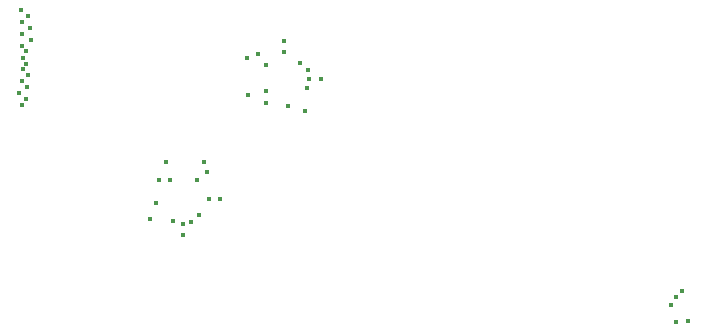
<source format=gbr>
%TF.GenerationSoftware,KiCad,Pcbnew,9.0.1*%
%TF.CreationDate,2025-05-14T13:37:05+02:00*%
%TF.ProjectId,Card_Adapter_Flex_AddOn,43617264-5f41-4646-9170-7465725f466c,0*%
%TF.SameCoordinates,Original*%
%TF.FileFunction,Copper,L2,Inr*%
%TF.FilePolarity,Positive*%
%FSLAX46Y46*%
G04 Gerber Fmt 4.6, Leading zero omitted, Abs format (unit mm)*
G04 Created by KiCad (PCBNEW 9.0.1) date 2025-05-14 13:37:05*
%MOMM*%
%LPD*%
G01*
G04 APERTURE LIST*
%TA.AperFunction,ViaPad*%
%ADD10C,0.400000*%
%TD*%
G04 APERTURE END LIST*
D10*
%TO.N,GND*%
X65520000Y-54940000D03*
X88060000Y-61010000D03*
X79885000Y-70880002D03*
X81215000Y-66660000D03*
X84630000Y-60130000D03*
X90810000Y-58740000D03*
X89720002Y-58000000D03*
X82335000Y-68880000D03*
X120950000Y-77220000D03*
X120949999Y-79308589D03*
X79145000Y-71970000D03*
X65560000Y-60950000D03*
X80324750Y-67333142D03*
X89470000Y-61470000D03*
X85500000Y-56670000D03*
X65600000Y-56940000D03*
X76415000Y-70630000D03*
X80935000Y-65780000D03*
X87720000Y-55550000D03*
X65560000Y-55940000D03*
X86173142Y-57560250D03*
X65580000Y-57950000D03*
X84620000Y-56950000D03*
X65540000Y-53950000D03*
X65490000Y-52950000D03*
X65520000Y-58930000D03*
X65300000Y-59950000D03*
X76875000Y-69220000D03*
X77755000Y-65790000D03*
X86160000Y-60770000D03*
X77115000Y-67320000D03*
%TO.N,Heim_time_in*%
X121450000Y-76670000D03*
%TO.N,Master_trigger_in*%
X120450000Y-77920000D03*
%TO.N,+3V3*%
X81375000Y-68880000D03*
X78075000Y-67320000D03*
X89850000Y-58740000D03*
X86160000Y-59810000D03*
X79145000Y-71010000D03*
X89660000Y-59560000D03*
X80510000Y-70240000D03*
X89070000Y-57370000D03*
X87720000Y-56510000D03*
X121950000Y-79223310D03*
X78325000Y-70820000D03*
%TO.N,Heim_time_out_1*%
X65910797Y-56426770D03*
%TO.N,Heim_time_out_2*%
X66280000Y-55460000D03*
%TO.N,Heim_time_out_3*%
X66250000Y-54450000D03*
%TO.N,Heim_time_out_4*%
X66070000Y-53450000D03*
%TO.N,Master_trigger_out_1*%
X65890507Y-60440768D03*
%TO.N,Master_trigger_out_2*%
X65920000Y-59450000D03*
%TO.N,Master_trigger_out_3*%
X66010000Y-58450000D03*
%TO.N,Master_trigger_out_4*%
X65913783Y-57451412D03*
%TD*%
M02*

</source>
